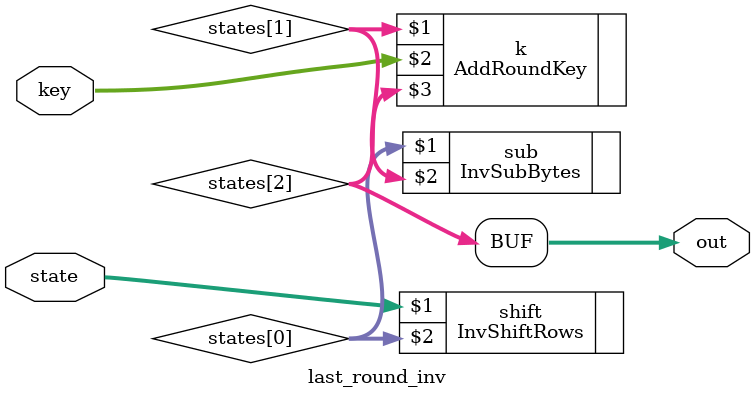
<source format=v>
module last_round_inv(input[127:0] state, input [127:0] key,output wire[127:0] out);
wire[127:0]states[2:0];
InvShiftRows shift(state,states[0]);
InvSubBytes sub(states[0],states[1]);
AddRoundKey k(states[1],key ,states[2]);
assign out=states[2];
endmodule
</source>
